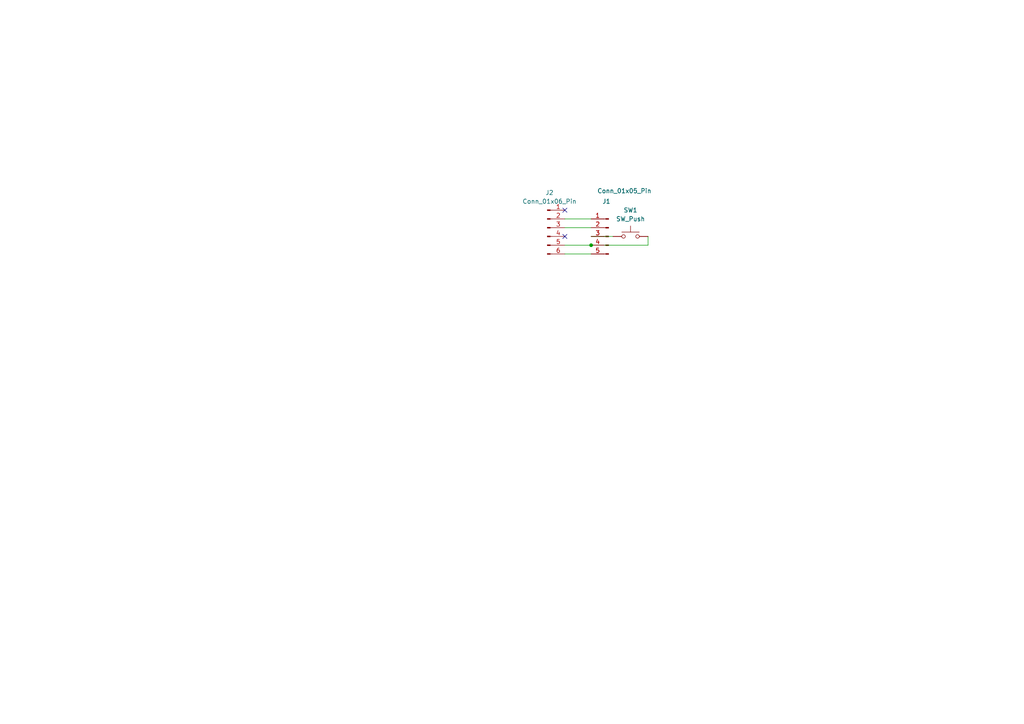
<source format=kicad_sch>
(kicad_sch (version 20231120) (generator "eeschema") (generator_version "8.0")
  (paper "A4")
  (lib_symbols
    (symbol "Connector:Conn_01x05_Pin" (pin_names (offset 1.016) hide)
      (property "Reference" "J" (at 0 7.62 0))
      (property "Value" "Conn_01x05_Pin" (at 0 -7.62 0))
      (symbol "Conn_01x05_Pin_1_1"
        (polyline (pts (xy 1.27 -5.08) (xy 0.8636 -5.08)) (stroke (width 0.1524)))
        (polyline (pts (xy 1.27 -2.54) (xy 0.8636 -2.54)) (stroke (width 0.1524)))
        (polyline (pts (xy 1.27 0) (xy 0.8636 0)) (stroke (width 0.1524)))
        (polyline (pts (xy 1.27 2.54) (xy 0.8636 2.54)) (stroke (width 0.1524)))
        (polyline (pts (xy 1.27 5.08) (xy 0.8636 5.08)) (stroke (width 0.1524)))
        (rectangle (start 0.8636 -4.953) (end 0 -5.207) (stroke (width 0.1524)) (fill (type outline)))
        (rectangle (start 0.8636 -2.413) (end 0 -2.667) (stroke (width 0.1524)) (fill (type outline)))
        (rectangle (start 0.8636 0.127) (end 0 -0.127) (stroke (width 0.1524)) (fill (type outline)))
        (rectangle (start 0.8636 2.667) (end 0 2.413) (stroke (width 0.1524)) (fill (type outline)))
        (rectangle (start 0.8636 5.207) (end 0 4.953) (stroke (width 0.1524)) (fill (type outline)))
        (pin passive line (at 5.08 5.08 180) (length 3.81) (name "Pin_1") (number "1"))
        (pin passive line (at 5.08 2.54 180) (length 3.81) (name "Pin_2") (number "2"))
        (pin passive line (at 5.08 0 180) (length 3.81) (name "Pin_3") (number "3"))
        (pin passive line (at 5.08 -2.54 180) (length 3.81) (name "Pin_4") (number "4"))
        (pin passive line (at 5.08 -5.08 180) (length 3.81) (name "Pin_5") (number "5"))
      )
    )
    (symbol "Connector:Conn_01x06_Pin" (pin_names (offset 1.016) hide)
      (property "Reference" "J" (at 0 7.62 0))
      (property "Value" "Conn_01x06_Pin" (at 0 -10.16 0))
      (symbol "Conn_01x06_Pin_1_1"
        (polyline (pts (xy 1.27 -7.62) (xy 0.8636 -7.62)) (stroke (width 0.1524)))
        (polyline (pts (xy 1.27 -5.08) (xy 0.8636 -5.08)) (stroke (width 0.1524)))
        (polyline (pts (xy 1.27 -2.54) (xy 0.8636 -2.54)) (stroke (width 0.1524)))
        (polyline (pts (xy 1.27 0) (xy 0.8636 0)) (stroke (width 0.1524)))
        (polyline (pts (xy 1.27 2.54) (xy 0.8636 2.54)) (stroke (width 0.1524)))
        (polyline (pts (xy 1.27 5.08) (xy 0.8636 5.08)) (stroke (width 0.1524)))
        (rectangle (start 0.8636 -7.493) (end 0 -7.747) (stroke (width 0.1524)) (fill (type outline)))
        (rectangle (start 0.8636 -4.953) (end 0 -5.207) (stroke (width 0.1524)) (fill (type outline)))
        (rectangle (start 0.8636 -2.413) (end 0 -2.667) (stroke (width 0.1524)) (fill (type outline)))
        (rectangle (start 0.8636 0.127) (end 0 -0.127) (stroke (width 0.1524)) (fill (type outline)))
        (rectangle (start 0.8636 2.667) (end 0 2.413) (stroke (width 0.1524)) (fill (type outline)))
        (rectangle (start 0.8636 5.207) (end 0 4.953) (stroke (width 0.1524)) (fill (type outline)))
        (pin passive line (at 5.08 5.08 180) (length 3.81) (name "Pin_1") (number "1"))
        (pin passive line (at 5.08 2.54 180) (length 3.81) (name "Pin_2") (number "2"))
        (pin passive line (at 5.08 0 180) (length 3.81) (name "Pin_3") (number "3"))
        (pin passive line (at 5.08 -2.54 180) (length 3.81) (name "Pin_4") (number "4"))
        (pin passive line (at 5.08 -5.08 180) (length 3.81) (name "Pin_5") (number "5"))
        (pin passive line (at 5.08 -7.62 180) (length 3.81) (name "Pin_6") (number "6"))
      )
    )
    (symbol "Switch:SW_Push" (pin_numbers hide) (pin_names (offset 1.016) hide)
      (property "Reference" "SW" (at 1.27 2.54 0))
      (property "Value" "SW_Push" (at 0 -1.524 0))
      (symbol "SW_Push_0_1"
        (circle (center -2.032 0) (radius 0.508))
        (polyline (pts (xy 0 1.27) (xy 0 3.048)))
        (polyline (pts (xy 2.54 1.27) (xy -2.54 1.27)))
        (circle (center 2.032 0) (radius 0.508))
        (pin passive line (at -5.08 0 0) (length 2.54) (name "1") (number "1"))
        (pin passive line (at 5.08 0 180) (length 2.54) (name "2") (number "2"))
      )
    )
  )
  (junction (at 171.45 71.12))
  (no_connect (at 163.83 60.96))
  (no_connect (at 163.83 68.58))
  (wire (pts (xy 163.83 63.5) (xy 171.45 63.5)))
  (wire (pts (xy 163.83 66.04) (xy 171.45 66.04)))
  (wire (pts (xy 163.83 73.66) (xy 171.45 73.66)))
  (wire (pts (xy 187.96 71.12) (xy 187.96 68.58)))
  (wire (pts (xy 163.83 71.12) (xy 171.45 71.12)))
  (wire (pts (xy 171.45 71.12) (xy 187.96 71.12)))
  (wire (pts (xy 171.45 68.58) (xy 177.8 68.58)))
  (symbol (lib_id "Connector:Conn_01x05_Pin") (at 176.53 68.58 0) (mirror y) (unit 1)
    (property "Reference" "J1" (at 175.895 58.42 0))
    (property "Value" "Conn_01x05_Pin" (at 181.102 55.372 0))
    (property "Footprint" "Connector_PinHeader_2.54mm:PinHeader_1x05_P2.54mm_Vertical" (effects (hide yes)))
    (property "Description" "Generic connector, single row, 01x05, script generated" (effects (hide yes)))
  )
  (symbol (lib_id "Switch:SW_Push") (at 182.88 68.58 0) (unit 1)
    (property "Reference" "SW1" (at 182.88 60.96 0))
    (property "Value" "SW_Push" (at 182.88 63.5 0))
    (property "Footprint" "Button_Switch_SMD:SW_SPST_CK_RS282G05A3" (effects (hide yes)))
    (property "Description" "Push button switch, generic, two pins" (effects (hide yes)))
  )
  (symbol (lib_id "Connector:Conn_01x06_Pin") (at 158.75 66.04 0) (unit 1)
    (property "Reference" "J2" (at 159.385 55.88 0))
    (property "Value" "Conn_01x06_Pin" (at 159.385 58.42 0))
    (property "Footprint" "Connector_PinHeader_2.54mm:PinHeader_1x06_P2.54mm_Vertical" (effects (hide yes)))
    (property "Description" "Generic connector, single row, 01x06, script generated" (effects (hide yes)))
  )
)
</source>
